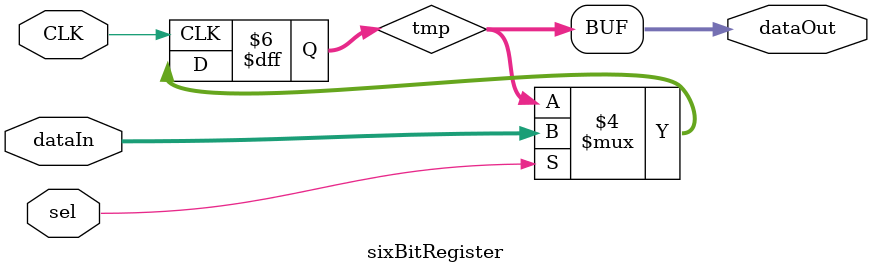
<source format=v>
module sixBitRegister(
    input [5:0] dataIn,
    input CLK,
    output [5:0] dataOut,
    input sel
);
reg [5:0] tmp = 0; // initialize to 0
always @(posedge CLK) 
begin
    if (sel == 1) 
       tmp <= dataIn;
end
assign dataOut = tmp;
endmodule
</source>
